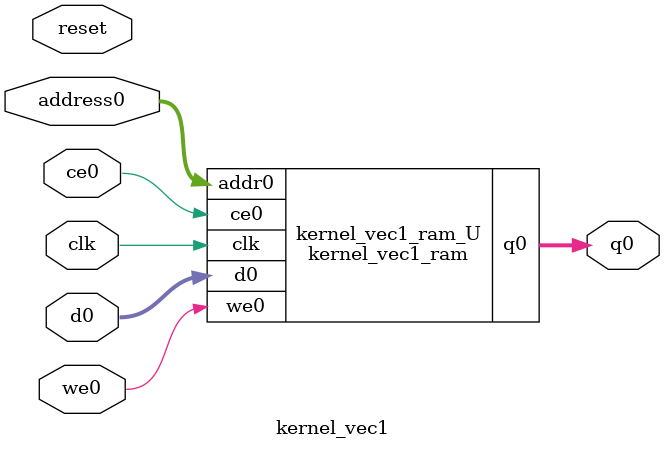
<source format=v>
`timescale 1 ns / 1 ps
module kernel_vec1_ram (addr0, ce0, d0, we0, q0,  clk);

parameter DWIDTH = 32;
parameter AWIDTH = 4;
parameter MEM_SIZE = 16;

input[AWIDTH-1:0] addr0;
input ce0;
input[DWIDTH-1:0] d0;
input we0;
output reg[DWIDTH-1:0] q0;
input clk;

(* ram_style = "distributed" *)reg [DWIDTH-1:0] ram[0:MEM_SIZE-1];




always @(posedge clk)  
begin 
    if (ce0) begin
        if (we0) 
            ram[addr0] <= d0; 
        q0 <= ram[addr0];
    end
end


endmodule

`timescale 1 ns / 1 ps
module kernel_vec1(
    reset,
    clk,
    address0,
    ce0,
    we0,
    d0,
    q0);

parameter DataWidth = 32'd32;
parameter AddressRange = 32'd16;
parameter AddressWidth = 32'd4;
input reset;
input clk;
input[AddressWidth - 1:0] address0;
input ce0;
input we0;
input[DataWidth - 1:0] d0;
output[DataWidth - 1:0] q0;



kernel_vec1_ram kernel_vec1_ram_U(
    .clk( clk ),
    .addr0( address0 ),
    .ce0( ce0 ),
    .we0( we0 ),
    .d0( d0 ),
    .q0( q0 ));

endmodule


</source>
